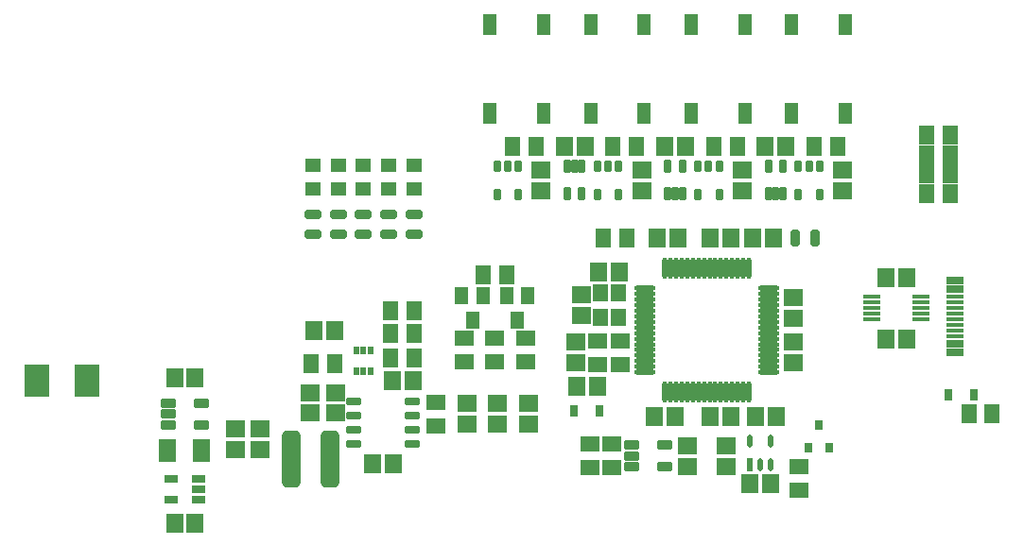
<source format=gbr>
%TF.GenerationSoftware,Altium Limited,Altium Designer,21.0.8 (223)*%
G04 Layer_Color=8421504*
%FSLAX45Y45*%
%MOMM*%
%TF.SameCoordinates,93EC2011-4169-4821-B187-25AADE7CFEA4*%
%TF.FilePolarity,Positive*%
%TF.FileFunction,Paste,Top*%
%TF.Part,Single*%
G01*
G75*
%TA.AperFunction,SMDPad,CuDef*%
%ADD21R,0.80000X0.90000*%
G04:AMPARAMS|DCode=22|XSize=1.15564mm|YSize=0.52981mm|CornerRadius=0.2649mm|HoleSize=0mm|Usage=FLASHONLY|Rotation=90.000|XOffset=0mm|YOffset=0mm|HoleType=Round|Shape=RoundedRectangle|*
%AMROUNDEDRECTD22*
21,1,1.15564,0.00000,0,0,90.0*
21,1,0.62584,0.52981,0,0,90.0*
1,1,0.52980,0.00000,0.31292*
1,1,0.52980,0.00000,-0.31292*
1,1,0.52980,0.00000,-0.31292*
1,1,0.52980,0.00000,0.31292*
%
%ADD22ROUNDEDRECTD22*%
%ADD23R,0.52981X1.15564*%
%ADD77R,1.65240X1.60240*%
%ADD78R,1.65240X1.35240*%
%ADD79R,1.35240X1.65240*%
%ADD104R,0.78240X0.98240*%
%ADD105R,2.31140X2.89540*%
G04:AMPARAMS|DCode=106|XSize=1.4524mm|YSize=0.9124mm|CornerRadius=0.1712mm|HoleSize=0mm|Usage=FLASHONLY|Rotation=270.000|XOffset=0mm|YOffset=0mm|HoleType=Round|Shape=RoundedRectangle|*
%AMROUNDEDRECTD106*
21,1,1.45240,0.57000,0,0,270.0*
21,1,1.11000,0.91240,0,0,270.0*
1,1,0.34240,-0.28500,-0.55500*
1,1,0.34240,-0.28500,0.55500*
1,1,0.34240,0.28500,0.55500*
1,1,0.34240,0.28500,-0.55500*
%
%ADD106ROUNDEDRECTD106*%
%ADD107R,1.35240X1.25240*%
G04:AMPARAMS|DCode=108|XSize=1.4524mm|YSize=0.9124mm|CornerRadius=0.1712mm|HoleSize=0mm|Usage=FLASHONLY|Rotation=180.000|XOffset=0mm|YOffset=0mm|HoleType=Round|Shape=RoundedRectangle|*
%AMROUNDEDRECTD108*
21,1,1.45240,0.57000,0,0,180.0*
21,1,1.11000,0.91240,0,0,180.0*
1,1,0.34240,-0.55500,0.28500*
1,1,0.34240,0.55500,0.28500*
1,1,0.34240,0.55500,-0.28500*
1,1,0.34240,-0.55500,-0.28500*
%
%ADD108ROUNDEDRECTD108*%
G04:AMPARAMS|DCode=109|XSize=0.7024mm|YSize=0.9524mm|CornerRadius=0.1257mm|HoleSize=0mm|Usage=FLASHONLY|Rotation=0.000|XOffset=0mm|YOffset=0mm|HoleType=Round|Shape=RoundedRectangle|*
%AMROUNDEDRECTD109*
21,1,0.70240,0.70100,0,0,0.0*
21,1,0.45100,0.95240,0,0,0.0*
1,1,0.25140,0.22550,-0.35050*
1,1,0.25140,-0.22550,-0.35050*
1,1,0.25140,-0.22550,0.35050*
1,1,0.25140,0.22550,0.35050*
%
%ADD109ROUNDEDRECTD109*%
G04:AMPARAMS|DCode=110|XSize=0.6024mm|YSize=1.2024mm|CornerRadius=0.1257mm|HoleSize=0mm|Usage=FLASHONLY|Rotation=180.000|XOffset=0mm|YOffset=0mm|HoleType=Round|Shape=RoundedRectangle|*
%AMROUNDEDRECTD110*
21,1,0.60240,0.95100,0,0,180.0*
21,1,0.35100,1.20240,0,0,180.0*
1,1,0.25140,-0.17550,0.47550*
1,1,0.25140,0.17550,0.47550*
1,1,0.25140,0.17550,-0.47550*
1,1,0.25140,-0.17550,-0.47550*
%
%ADD110ROUNDEDRECTD110*%
%ADD111R,1.60240X1.65240*%
G04:AMPARAMS|DCode=112|XSize=0.8024mm|YSize=1.3524mm|CornerRadius=0.12495mm|HoleSize=0mm|Usage=FLASHONLY|Rotation=90.000|XOffset=0mm|YOffset=0mm|HoleType=Round|Shape=RoundedRectangle|*
%AMROUNDEDRECTD112*
21,1,0.80240,1.10250,0,0,90.0*
21,1,0.55250,1.35240,0,0,90.0*
1,1,0.24990,0.55125,0.27625*
1,1,0.24990,0.55125,-0.27625*
1,1,0.24990,-0.55125,-0.27625*
1,1,0.24990,-0.55125,0.27625*
%
%ADD112ROUNDEDRECTD112*%
%ADD113R,1.15240X1.55240*%
%ADD114R,0.55240X0.80240*%
%ADD115R,1.15240X0.75240*%
%ADD116R,1.50240X2.00240*%
%ADD117O,0.45240X1.95240*%
%ADD118O,1.95240X0.45240*%
%ADD119R,1.25240X1.95240*%
%TA.AperFunction,ConnectorPad*%
%ADD120R,1.60240X0.75240*%
%ADD121R,1.60240X0.45240*%
%TA.AperFunction,SMDPad,CuDef*%
G04:AMPARAMS|DCode=122|XSize=1.6524mm|YSize=5.1524mm|CornerRadius=0.4512mm|HoleSize=0mm|Usage=FLASHONLY|Rotation=180.000|XOffset=0mm|YOffset=0mm|HoleType=Round|Shape=RoundedRectangle|*
%AMROUNDEDRECTD122*
21,1,1.65240,4.25000,0,0,180.0*
21,1,0.75000,5.15240,0,0,180.0*
1,1,0.90240,-0.37500,2.12500*
1,1,0.90240,0.37500,2.12500*
1,1,0.90240,0.37500,-2.12500*
1,1,0.90240,-0.37500,-2.12500*
%
%ADD122ROUNDEDRECTD122*%
%ADD123R,1.35240X1.55240*%
%ADD124O,1.55240X0.40240*%
G04:AMPARAMS|DCode=125|XSize=0.7024mm|YSize=1.4024mm|CornerRadius=0.1257mm|HoleSize=0mm|Usage=FLASHONLY|Rotation=270.000|XOffset=0mm|YOffset=0mm|HoleType=Round|Shape=RoundedRectangle|*
%AMROUNDEDRECTD125*
21,1,0.70240,1.15100,0,0,270.0*
21,1,0.45100,1.40240,0,0,270.0*
1,1,0.25140,-0.57550,-0.22550*
1,1,0.25140,-0.57550,0.22550*
1,1,0.25140,0.57550,0.22550*
1,1,0.25140,0.57550,-0.22550*
%
%ADD125ROUNDEDRECTD125*%
D21*
X7955000Y825000D02*
D03*
X8145000D02*
D03*
X8050000Y1025000D02*
D03*
D22*
X7430000Y882528D02*
D03*
X7620000D02*
D03*
Y667472D02*
D03*
X7525000D02*
D03*
D23*
X7430000D02*
D03*
D77*
X5565000Y3130000D02*
D03*
Y3315000D02*
D03*
X6465000Y3130000D02*
D03*
Y3315000D02*
D03*
X7365000Y3130000D02*
D03*
Y3315000D02*
D03*
X8265000Y3130000D02*
D03*
Y3315000D02*
D03*
X7825000Y1767500D02*
D03*
Y1582500D02*
D03*
Y1982500D02*
D03*
Y2167500D02*
D03*
X5925000Y2192500D02*
D03*
Y2007500D02*
D03*
X5875000Y1767500D02*
D03*
Y1582500D02*
D03*
X7225000Y657500D02*
D03*
Y842500D02*
D03*
X6875000D02*
D03*
Y657500D02*
D03*
X5450000Y1217500D02*
D03*
Y1032500D02*
D03*
X5175000Y1217500D02*
D03*
Y1032500D02*
D03*
X4900000Y1217500D02*
D03*
Y1032500D02*
D03*
X3725000Y1317500D02*
D03*
Y1132500D02*
D03*
X3500000Y1317500D02*
D03*
Y1132500D02*
D03*
X3050000Y992500D02*
D03*
Y807500D02*
D03*
X2825000Y992500D02*
D03*
Y807500D02*
D03*
D78*
X5425000Y1805000D02*
D03*
Y1595000D02*
D03*
X4625000Y1230000D02*
D03*
Y1020000D02*
D03*
X6075000Y1570000D02*
D03*
Y1780000D02*
D03*
X6275000Y1570000D02*
D03*
Y1780000D02*
D03*
X7875000Y445000D02*
D03*
Y655000D02*
D03*
X6200000Y855000D02*
D03*
Y645000D02*
D03*
X6000000D02*
D03*
Y855000D02*
D03*
X5150000Y1805000D02*
D03*
Y1595000D02*
D03*
X4875000Y1805000D02*
D03*
Y1595000D02*
D03*
D79*
X8220001Y3522500D02*
D03*
X8010000D02*
D03*
X7320001D02*
D03*
X7110001D02*
D03*
X6420001D02*
D03*
X6210001D02*
D03*
X5520000D02*
D03*
X5310000D02*
D03*
X6122280Y2705120D02*
D03*
X6332280D02*
D03*
X9020000Y3100000D02*
D03*
X9230000D02*
D03*
X9020000Y3275000D02*
D03*
X9230000D02*
D03*
X9020000Y3450000D02*
D03*
X9230000D02*
D03*
X9020000Y3625000D02*
D03*
X9230000D02*
D03*
X9395000Y1125000D02*
D03*
X9605000D02*
D03*
X5045000Y2375000D02*
D03*
X5255000D02*
D03*
X4430000Y2050000D02*
D03*
X4220000D02*
D03*
X4430000Y1850000D02*
D03*
X4220000D02*
D03*
X4220000Y1625000D02*
D03*
X4430000D02*
D03*
X3507500Y1580000D02*
D03*
X3717500D02*
D03*
D104*
X5863500Y1150000D02*
D03*
X6086500D02*
D03*
X9213500Y1300000D02*
D03*
X9436500D02*
D03*
D105*
X1054000Y1425000D02*
D03*
X1496000D02*
D03*
D106*
X7843420Y2705100D02*
D03*
X8022420D02*
D03*
D107*
X4425000Y3355000D02*
D03*
Y3145000D02*
D03*
X4200000Y3355000D02*
D03*
Y3145000D02*
D03*
X3975000Y3355000D02*
D03*
Y3145000D02*
D03*
X3749976Y3354999D02*
D03*
Y3144999D02*
D03*
X3525000Y3355000D02*
D03*
Y3145000D02*
D03*
D108*
X4425000Y2735000D02*
D03*
Y2914000D02*
D03*
X3975000Y2735000D02*
D03*
Y2914000D02*
D03*
X4200000Y2735000D02*
D03*
Y2914000D02*
D03*
X3750000Y2735000D02*
D03*
Y2914000D02*
D03*
X3525000Y2735000D02*
D03*
Y2914000D02*
D03*
D109*
X8060000Y3095000D02*
D03*
X7870001D02*
D03*
Y3350000D02*
D03*
X7965000D02*
D03*
X8060000D02*
D03*
X7160000Y3095000D02*
D03*
X6970001D02*
D03*
Y3350000D02*
D03*
X7065000D02*
D03*
X7160000D02*
D03*
X6260000Y3095000D02*
D03*
X6070001D02*
D03*
Y3350000D02*
D03*
X6165000D02*
D03*
X6260000D02*
D03*
X5170001Y3095000D02*
D03*
X5360000Y3350000D02*
D03*
X5265000D02*
D03*
X5170001D02*
D03*
X5360000Y3095000D02*
D03*
D110*
X7600000Y3345000D02*
D03*
X7730000D02*
D03*
Y3100000D02*
D03*
X7665000D02*
D03*
X7600000D02*
D03*
X6700000Y3345000D02*
D03*
X6830000D02*
D03*
Y3100000D02*
D03*
X6765000D02*
D03*
X6700000D02*
D03*
X5930000Y3100000D02*
D03*
X5800000D02*
D03*
Y3345000D02*
D03*
X5865000D02*
D03*
X5930000D02*
D03*
D111*
X7572500Y3522500D02*
D03*
X7757500D02*
D03*
X6672500D02*
D03*
X6857500D02*
D03*
X5772501D02*
D03*
X5957500D02*
D03*
X7457500Y2700000D02*
D03*
X7642500D02*
D03*
X7267500D02*
D03*
X7082500D02*
D03*
X6792500D02*
D03*
X6607500D02*
D03*
X6267500Y2400000D02*
D03*
X6082500D02*
D03*
X5882500Y1375000D02*
D03*
X6067500D02*
D03*
X8657500Y2350000D02*
D03*
X8842500D02*
D03*
Y1800000D02*
D03*
X8657500D02*
D03*
X7617500Y500000D02*
D03*
X7432500D02*
D03*
X7667500Y1100000D02*
D03*
X7482500D02*
D03*
X7267500D02*
D03*
X7082500D02*
D03*
X6582500D02*
D03*
X6767500D02*
D03*
X4232500Y1425000D02*
D03*
X4417500D02*
D03*
X4242500Y675000D02*
D03*
X4057500D02*
D03*
X3532500Y1875000D02*
D03*
X3717500D02*
D03*
X2467500Y150000D02*
D03*
X2282500D02*
D03*
Y1450000D02*
D03*
X2467500D02*
D03*
D112*
X6672500Y845000D02*
D03*
Y655000D02*
D03*
X6377500D02*
D03*
Y750000D02*
D03*
Y845000D02*
D03*
X2227500Y1220000D02*
D03*
Y1125000D02*
D03*
Y1030000D02*
D03*
X2522500D02*
D03*
Y1220000D02*
D03*
D113*
X5255000Y2185000D02*
D03*
X5350000Y1965000D02*
D03*
X5445000Y2185000D02*
D03*
X4855000D02*
D03*
X4950000Y1965000D02*
D03*
X5045000Y2185000D02*
D03*
D114*
X4040000Y1505000D02*
D03*
X3975000D02*
D03*
X3910000D02*
D03*
Y1695000D02*
D03*
X3975000D02*
D03*
X4040000D02*
D03*
D115*
X2495000Y355000D02*
D03*
Y450000D02*
D03*
Y545000D02*
D03*
X2255000D02*
D03*
Y355000D02*
D03*
D116*
X2527500Y800000D02*
D03*
X2222500D02*
D03*
D117*
X6825000Y1320000D02*
D03*
X6875000D02*
D03*
X6925000D02*
D03*
X6975000D02*
D03*
X7125000D02*
D03*
X7175000D02*
D03*
X7225000D02*
D03*
X6775000Y2430000D02*
D03*
X7275000Y1320000D02*
D03*
X7025000D02*
D03*
X7075000D02*
D03*
X6675000D02*
D03*
X6725000D02*
D03*
X6775000D02*
D03*
X7325000D02*
D03*
X7375000D02*
D03*
X7425000D02*
D03*
Y2430000D02*
D03*
X7375000D02*
D03*
X7325000D02*
D03*
X7275000D02*
D03*
X7225000D02*
D03*
X7175000D02*
D03*
X7125000D02*
D03*
X7075000D02*
D03*
X7025000D02*
D03*
X6975000D02*
D03*
X6925000D02*
D03*
X6875000D02*
D03*
X6825000D02*
D03*
X6725000D02*
D03*
X6675000D02*
D03*
D118*
X7605000Y1900000D02*
D03*
Y1950000D02*
D03*
Y2000000D02*
D03*
Y2050000D02*
D03*
Y2100000D02*
D03*
Y1500000D02*
D03*
Y1550000D02*
D03*
Y1600000D02*
D03*
Y1650000D02*
D03*
X6495000Y1900000D02*
D03*
Y1800000D02*
D03*
X7605000Y1700000D02*
D03*
Y1750000D02*
D03*
Y1800000D02*
D03*
Y1850000D02*
D03*
X6495000Y2200000D02*
D03*
Y2150000D02*
D03*
Y2100000D02*
D03*
Y2250000D02*
D03*
Y2050000D02*
D03*
Y2000000D02*
D03*
Y1950000D02*
D03*
Y1850000D02*
D03*
Y1750000D02*
D03*
Y1700000D02*
D03*
Y1650000D02*
D03*
Y1600000D02*
D03*
Y1550000D02*
D03*
Y1500000D02*
D03*
X7605000Y2150000D02*
D03*
Y2200000D02*
D03*
Y2250000D02*
D03*
D119*
X6909501Y4620099D02*
D03*
X7389500D02*
D03*
X6909500Y3820100D02*
D03*
X7389500Y3820101D02*
D03*
X7809501Y4620099D02*
D03*
X8289500D02*
D03*
X7809500Y3820100D02*
D03*
X8289500Y3820101D02*
D03*
X6009501Y4620099D02*
D03*
X6489500D02*
D03*
X6009500Y3820100D02*
D03*
X6489500Y3820101D02*
D03*
X5109501Y4620099D02*
D03*
X5589500D02*
D03*
X5109500Y3820100D02*
D03*
X5589500Y3820101D02*
D03*
D120*
X9272500Y1755000D02*
D03*
Y1675000D02*
D03*
Y2245000D02*
D03*
Y2325000D02*
D03*
D121*
Y1925000D02*
D03*
Y1875000D02*
D03*
Y1825000D02*
D03*
Y2075000D02*
D03*
Y2125000D02*
D03*
Y2175000D02*
D03*
Y2025000D02*
D03*
Y1975000D02*
D03*
D122*
X3675001Y725000D02*
D03*
X3325000D02*
D03*
D123*
X6255000Y1990000D02*
D03*
Y2210000D02*
D03*
X6095000Y1990000D02*
D03*
Y2210000D02*
D03*
D124*
X8970000Y1975000D02*
D03*
Y2025000D02*
D03*
Y2075000D02*
D03*
Y2125000D02*
D03*
Y2175000D02*
D03*
X8530000Y1975000D02*
D03*
Y2025000D02*
D03*
Y2075000D02*
D03*
Y2125000D02*
D03*
Y2175000D02*
D03*
D125*
X3887500Y1240500D02*
D03*
Y1113500D02*
D03*
Y986500D02*
D03*
Y859500D02*
D03*
X4412500Y1240500D02*
D03*
Y1113500D02*
D03*
Y986500D02*
D03*
Y859500D02*
D03*
%TF.MD5,34cba6fe34fd7831ea7b91c83b1ddd62*%
M02*

</source>
